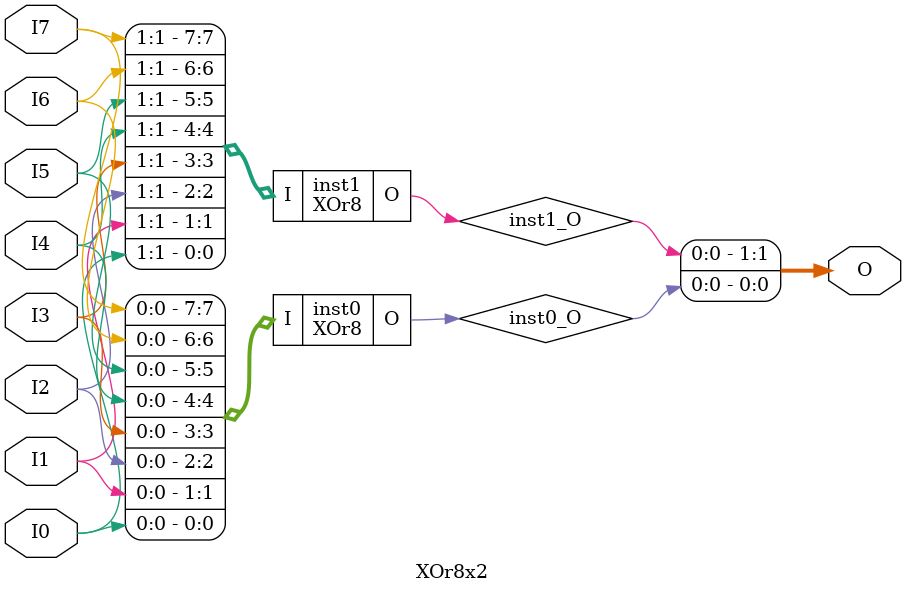
<source format=v>
module XOr8 (input [7:0] I, output  O);
wire  inst0_O;
wire  inst1_O;
wire  inst2_O;
wire  inst3_O;
wire  inst4_O;
wire  inst5_O;
wire  inst6_O;
wire  inst7_O;
SB_LUT4 #(.LUT_INIT(16'h6666)) inst0 (.I0(1'b0), .I1(I[0]), .I2(1'b0), .I3(1'b0), .O(inst0_O));
SB_LUT4 #(.LUT_INIT(16'h6666)) inst1 (.I0(inst0_O), .I1(I[1]), .I2(1'b0), .I3(1'b0), .O(inst1_O));
SB_LUT4 #(.LUT_INIT(16'h6666)) inst2 (.I0(inst1_O), .I1(I[2]), .I2(1'b0), .I3(1'b0), .O(inst2_O));
SB_LUT4 #(.LUT_INIT(16'h6666)) inst3 (.I0(inst2_O), .I1(I[3]), .I2(1'b0), .I3(1'b0), .O(inst3_O));
SB_LUT4 #(.LUT_INIT(16'h6666)) inst4 (.I0(inst3_O), .I1(I[4]), .I2(1'b0), .I3(1'b0), .O(inst4_O));
SB_LUT4 #(.LUT_INIT(16'h6666)) inst5 (.I0(inst4_O), .I1(I[5]), .I2(1'b0), .I3(1'b0), .O(inst5_O));
SB_LUT4 #(.LUT_INIT(16'h6666)) inst6 (.I0(inst5_O), .I1(I[6]), .I2(1'b0), .I3(1'b0), .O(inst6_O));
SB_LUT4 #(.LUT_INIT(16'h6666)) inst7 (.I0(inst6_O), .I1(I[7]), .I2(1'b0), .I3(1'b0), .O(inst7_O));
assign O = inst7_O;
endmodule

module XOr8x2 (input [1:0] I0, input [1:0] I1, input [1:0] I2, input [1:0] I3, input [1:0] I4, input [1:0] I5, input [1:0] I6, input [1:0] I7, output [1:0] O);
wire  inst0_O;
wire  inst1_O;
XOr8 inst0 (.I({I7[0],I6[0],I5[0],I4[0],I3[0],I2[0],I1[0],I0[0]}), .O(inst0_O));
XOr8 inst1 (.I({I7[1],I6[1],I5[1],I4[1],I3[1],I2[1],I1[1],I0[1]}), .O(inst1_O));
assign O = {inst1_O,inst0_O};
endmodule


</source>
